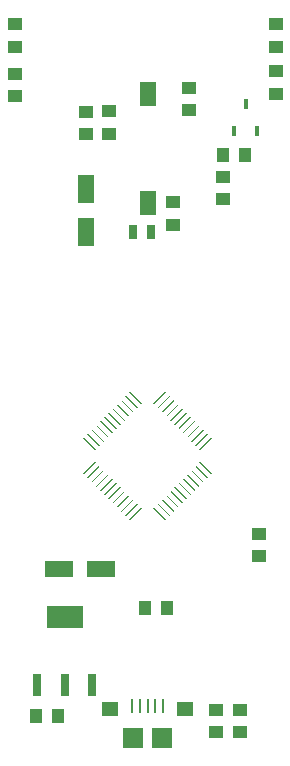
<source format=gbr>
G04 DipTrace 2.4.0.2*
%INTopPaste.gbr*%
%MOMM*%
%ADD26R,1.7X1.7*%
%ADD56R,3.05X1.95*%
%ADD58R,0.75X1.95*%
%ADD62R,1.4X2.0*%
%ADD64R,0.45X0.85*%
%ADD68R,0.8X1.15*%
%ADD74R,0.2X1.15*%
%ADD76R,1.4X1.2*%
%ADD84R,1.4X2.4*%
%ADD86R,1.3X1.1*%
%ADD88R,1.1X1.3*%
%ADD90R,2.4X1.4*%
%FSLAX53Y53*%
G04*
G71*
G90*
G75*
G01*
%LNTopPaste*%
%LPD*%
D90*
X9531Y15813D3*
X5931D3*
D86*
X22907Y18771D3*
Y16871D3*
D84*
X8232Y44351D3*
Y47951D3*
D86*
X10185Y52680D3*
Y54580D3*
X21260Y1981D3*
Y3881D3*
D88*
X13221Y12497D3*
X15121D3*
X5899Y3392D3*
X3999D3*
D86*
X2261Y60010D3*
Y61910D3*
X24308D3*
Y60010D3*
D26*
X14662Y1524D3*
X12262D3*
D76*
X10262Y3974D3*
X16662D3*
D74*
X12162Y4199D3*
X12812D3*
X13462D3*
X14112D3*
X14762D3*
D68*
X13761Y44328D3*
X12261D3*
D64*
X20816Y52867D3*
X22716D3*
X21766Y55167D3*
D86*
X15650Y46865D3*
Y44965D3*
X8204Y52629D3*
Y54529D3*
X19228Y3886D3*
Y1986D3*
X2200Y55826D3*
Y57726D3*
X24308Y56032D3*
Y57932D3*
X19831Y47112D3*
Y49012D3*
D88*
X21723Y50902D3*
X19823D3*
D86*
X16992Y56558D3*
Y54658D3*
D62*
X13462Y46787D3*
Y55987D3*
G36*
X18836Y26956D2*
X18907Y26885D1*
X17917Y25895D1*
X17846Y25966D1*
X18836Y26956D1*
G37*
G36*
X18482Y27309D2*
X18553Y27238D1*
X17563Y26249D1*
X17493Y26319D1*
X18482Y27309D1*
G37*
G36*
X18129Y27663D2*
X18200Y27592D1*
X17210Y26602D1*
X17139Y26673D1*
X18129Y27663D1*
G37*
G36*
X17775Y28016D2*
X17846Y27946D1*
X16856Y26956D1*
X16785Y27026D1*
X17775Y28016D1*
G37*
G36*
X17422Y28370D2*
X17493Y28299D1*
X16503Y27309D1*
X16432Y27380D1*
X17422Y28370D1*
G37*
G36*
X17068Y28723D2*
X17139Y28653D1*
X16149Y27663D1*
X16078Y27733D1*
X17068Y28723D1*
G37*
G36*
X16715Y29077D2*
X16785Y29006D1*
X15795Y28016D1*
X15725Y28087D1*
X16715Y29077D1*
G37*
G36*
X16361Y29431D2*
X16432Y29360D1*
X15442Y28370D1*
X15371Y28441D1*
X16361Y29431D1*
G37*
G36*
X16008Y29784D2*
X16078Y29713D1*
X15088Y28723D1*
X15018Y28794D1*
X16008Y29784D1*
G37*
G36*
X15654Y30138D2*
X15725Y30067D1*
X14735Y29077D1*
X14664Y29148D1*
X15654Y30138D1*
G37*
G36*
X15300Y30491D2*
X15371Y30420D1*
X14381Y29431D1*
X14311Y29501D1*
X15300Y30491D1*
G37*
G36*
X14947Y30845D2*
X15018Y30774D1*
X14028Y29784D1*
X13957Y29855D1*
X14947Y30845D1*
G37*
G36*
X11906Y30774D2*
X11977Y30845D1*
X12967Y29855D1*
X12896Y29784D1*
X11906Y30774D1*
G37*
G36*
X11553Y30420D2*
X11624Y30491D1*
X12613Y29501D1*
X12543Y29431D1*
X11553Y30420D1*
G37*
G36*
X11199Y30067D2*
X11270Y30138D1*
X12260Y29148D1*
X12189Y29077D1*
X11199Y30067D1*
G37*
G36*
X10846Y29713D2*
X10916Y29784D1*
X11906Y28794D1*
X11836Y28723D1*
X10846Y29713D1*
G37*
G36*
X10492Y29360D2*
X10563Y29431D1*
X11553Y28441D1*
X11482Y28370D1*
X10492Y29360D1*
G37*
G36*
X10139Y29006D2*
X10209Y29077D1*
X11199Y28087D1*
X11129Y28016D1*
X10139Y29006D1*
G37*
G36*
X9785Y28653D2*
X9856Y28723D1*
X10846Y27733D1*
X10775Y27663D1*
X9785Y28653D1*
G37*
G36*
X9431Y28299D2*
X9502Y28370D1*
X10492Y27380D1*
X10421Y27309D1*
X9431Y28299D1*
G37*
G36*
X9078Y27946D2*
X9149Y28016D1*
X10139Y27026D1*
X10068Y26956D1*
X9078Y27946D1*
G37*
G36*
X8724Y27592D2*
X8795Y27663D1*
X9785Y26673D1*
X9714Y26602D1*
X8724Y27592D1*
G37*
G36*
X8371Y27238D2*
X8442Y27309D1*
X9431Y26319D1*
X9361Y26249D1*
X8371Y27238D1*
G37*
G36*
X8017Y26885D2*
X8088Y26956D1*
X9078Y25966D1*
X9007Y25895D1*
X8017Y26885D1*
G37*
G36*
X9007Y24905D2*
X9078Y24834D1*
X8088Y23844D1*
X8017Y23915D1*
X9007Y24905D1*
G37*
G36*
X9361Y24551D2*
X9431Y24481D1*
X8442Y23491D1*
X8371Y23562D1*
X9361Y24551D1*
G37*
G36*
X9714Y24198D2*
X9785Y24127D1*
X8795Y23137D1*
X8724Y23208D1*
X9714Y24198D1*
G37*
G36*
X10068Y23844D2*
X10139Y23774D1*
X9149Y22784D1*
X9078Y22854D1*
X10068Y23844D1*
G37*
G36*
X10421Y23491D2*
X10492Y23420D1*
X9502Y22430D1*
X9431Y22501D1*
X10421Y23491D1*
G37*
G36*
X10775Y23137D2*
X10846Y23067D1*
X9856Y22077D1*
X9785Y22147D1*
X10775Y23137D1*
G37*
G36*
X11129Y22784D2*
X11199Y22713D1*
X10209Y21723D1*
X10139Y21794D1*
X11129Y22784D1*
G37*
G36*
X11482Y22430D2*
X11553Y22359D1*
X10563Y21369D1*
X10492Y21440D1*
X11482Y22430D1*
G37*
G36*
X11836Y22077D2*
X11906Y22006D1*
X10916Y21016D1*
X10846Y21087D1*
X11836Y22077D1*
G37*
G36*
X12189Y21723D2*
X12260Y21652D1*
X11270Y20662D1*
X11199Y20733D1*
X12189Y21723D1*
G37*
G36*
X12543Y21369D2*
X12613Y21299D1*
X11624Y20309D1*
X11553Y20380D1*
X12543Y21369D1*
G37*
G36*
X12896Y21016D2*
X12967Y20945D1*
X11977Y19955D1*
X11906Y20026D1*
X12896Y21016D1*
G37*
G36*
X13957Y20945D2*
X14028Y21016D1*
X15018Y20026D1*
X14947Y19955D1*
X13957Y20945D1*
G37*
G36*
X14311Y21299D2*
X14381Y21369D1*
X15371Y20380D1*
X15300Y20309D1*
X14311Y21299D1*
G37*
G36*
X14664Y21652D2*
X14735Y21723D1*
X15725Y20733D1*
X15654Y20662D1*
X14664Y21652D1*
G37*
G36*
X15018Y22006D2*
X15088Y22077D1*
X16078Y21087D1*
X16008Y21016D1*
X15018Y22006D1*
G37*
G36*
X15371Y22359D2*
X15442Y22430D1*
X16432Y21440D1*
X16361Y21369D1*
X15371Y22359D1*
G37*
G36*
X15725Y22713D2*
X15795Y22784D1*
X16785Y21794D1*
X16715Y21723D1*
X15725Y22713D1*
G37*
G36*
X16078Y23067D2*
X16149Y23137D1*
X17139Y22147D1*
X17068Y22077D1*
X16078Y23067D1*
G37*
G36*
X16432Y23420D2*
X16503Y23491D1*
X17493Y22501D1*
X17422Y22430D1*
X16432Y23420D1*
G37*
G36*
X16785Y23774D2*
X16856Y23844D1*
X17846Y22854D1*
X17775Y22784D1*
X16785Y23774D1*
G37*
G36*
X17139Y24127D2*
X17210Y24198D1*
X18200Y23208D1*
X18129Y23137D1*
X17139Y24127D1*
G37*
G36*
X17493Y24481D2*
X17563Y24551D1*
X18553Y23562D1*
X18482Y23491D1*
X17493Y24481D1*
G37*
G36*
X17846Y24834D2*
X17917Y24905D1*
X18907Y23915D1*
X18836Y23844D1*
X17846Y24834D1*
G37*
D58*
X4131Y5955D3*
X6431D3*
X8731D3*
D56*
X6431Y11755D3*
M02*

</source>
